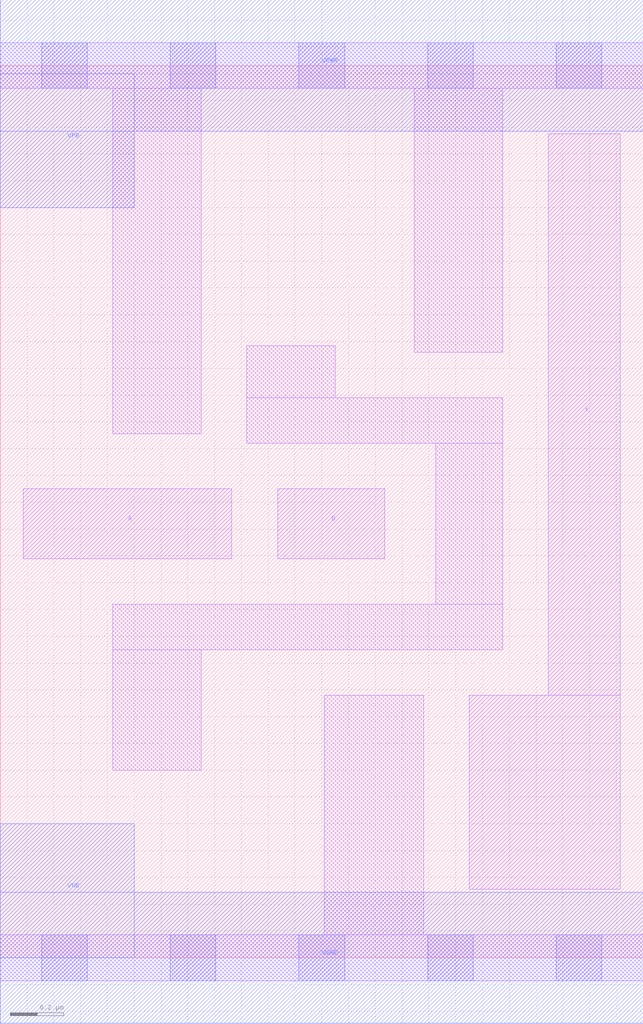
<source format=lef>
# Copyright 2020 The SkyWater PDK Authors
#
# Licensed under the Apache License, Version 2.0 (the "License");
# you may not use this file except in compliance with the License.
# You may obtain a copy of the License at
#
#     https://www.apache.org/licenses/LICENSE-2.0
#
# Unless required by applicable law or agreed to in writing, software
# distributed under the License is distributed on an "AS IS" BASIS,
# WITHOUT WARRANTIES OR CONDITIONS OF ANY KIND, either express or implied.
# See the License for the specific language governing permissions and
# limitations under the License.
#
# SPDX-License-Identifier: Apache-2.0

VERSION 5.5 ;
NAMESCASESENSITIVE ON ;
BUSBITCHARS "[]" ;
DIVIDERCHAR "/" ;
MACRO sky130_fd_sc_lp__and2_1
  CLASS CORE ;
  SOURCE USER ;
  ORIGIN  0.000000  0.000000 ;
  SIZE  2.400000 BY  3.330000 ;
  SYMMETRY X Y R90 ;
  SITE unit ;
  PIN A
    ANTENNAGATEAREA  0.126000 ;
    DIRECTION INPUT ;
    USE SIGNAL ;
    PORT
      LAYER li1 ;
        RECT 0.085000 1.490000 0.865000 1.750000 ;
    END
  END A
  PIN B
    ANTENNAGATEAREA  0.126000 ;
    DIRECTION INPUT ;
    USE SIGNAL ;
    PORT
      LAYER li1 ;
        RECT 1.035000 1.490000 1.435000 1.750000 ;
    END
  END B
  PIN X
    ANTENNADIFFAREA  0.581700 ;
    DIRECTION OUTPUT ;
    USE SIGNAL ;
    PORT
      LAYER li1 ;
        RECT 1.750000 0.255000 2.315000 0.980000 ;
        RECT 2.045000 0.980000 2.315000 3.075000 ;
    END
  END X
  PIN VGND
    DIRECTION INOUT ;
    USE GROUND ;
    PORT
      LAYER met1 ;
        RECT 0.000000 -0.245000 2.400000 0.245000 ;
    END
  END VGND
  PIN VNB
    DIRECTION INOUT ;
    USE GROUND ;
    PORT
      LAYER met1 ;
        RECT 0.000000 0.000000 0.500000 0.500000 ;
    END
  END VNB
  PIN VPB
    DIRECTION INOUT ;
    USE POWER ;
    PORT
      LAYER met1 ;
        RECT 0.000000 2.800000 0.500000 3.300000 ;
    END
  END VPB
  PIN VPWR
    DIRECTION INOUT ;
    USE POWER ;
    PORT
      LAYER met1 ;
        RECT 0.000000 3.085000 2.400000 3.575000 ;
    END
  END VPWR
  OBS
    LAYER li1 ;
      RECT 0.000000 -0.085000 2.400000 0.085000 ;
      RECT 0.000000  3.245000 2.400000 3.415000 ;
      RECT 0.420000  0.700000 0.750000 1.150000 ;
      RECT 0.420000  1.150000 1.875000 1.320000 ;
      RECT 0.420000  1.955000 0.750000 3.245000 ;
      RECT 0.920000  1.920000 1.875000 2.090000 ;
      RECT 0.920000  2.090000 1.250000 2.285000 ;
      RECT 1.210000  0.085000 1.580000 0.980000 ;
      RECT 1.545000  2.260000 1.875000 3.245000 ;
      RECT 1.625000  1.320000 1.875000 1.920000 ;
    LAYER mcon ;
      RECT 0.155000 -0.085000 0.325000 0.085000 ;
      RECT 0.155000  3.245000 0.325000 3.415000 ;
      RECT 0.635000 -0.085000 0.805000 0.085000 ;
      RECT 0.635000  3.245000 0.805000 3.415000 ;
      RECT 1.115000 -0.085000 1.285000 0.085000 ;
      RECT 1.115000  3.245000 1.285000 3.415000 ;
      RECT 1.595000 -0.085000 1.765000 0.085000 ;
      RECT 1.595000  3.245000 1.765000 3.415000 ;
      RECT 2.075000 -0.085000 2.245000 0.085000 ;
      RECT 2.075000  3.245000 2.245000 3.415000 ;
  END
END sky130_fd_sc_lp__and2_1
END LIBRARY

</source>
